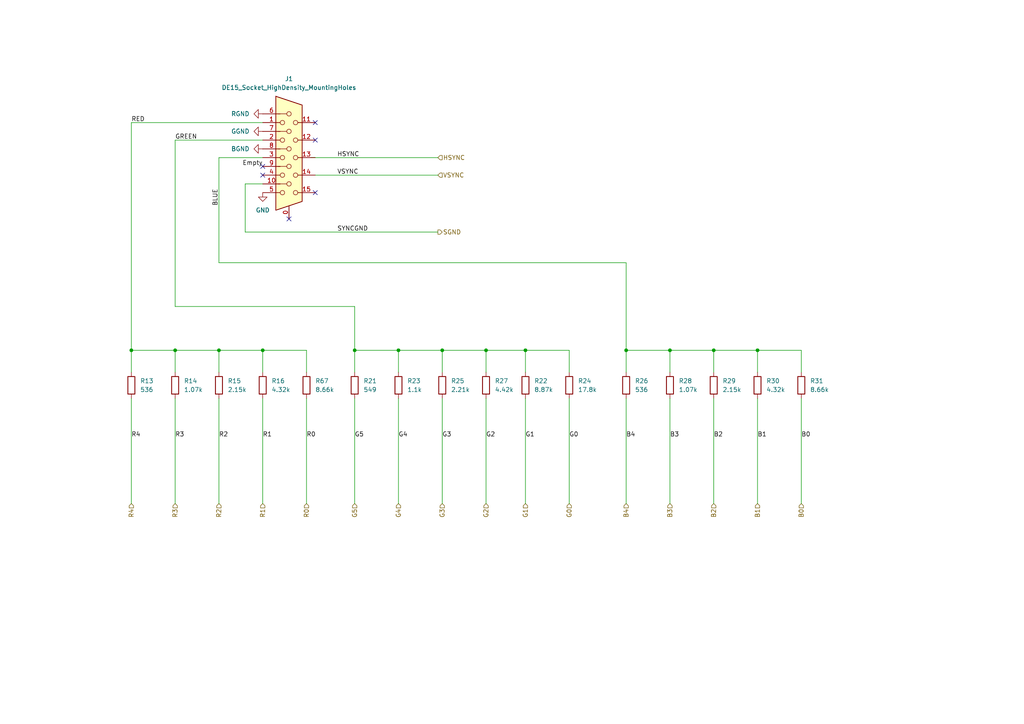
<source format=kicad_sch>
(kicad_sch (version 20250114) (generator "eeschema") (generator_version "9.0")
  (paper "A4")
  (lib_symbols
    (symbol "Connector:DE15_Socket_HighDensity_MountingHoles" (pin_names (offset 1.016) (hide yes))
      (property "Reference" "J" (at 0 21.59 0))
      (property "Value" "DE15_Socket_HighDensity_MountingHoles" (at 0 19.05 0))
      (symbol "DE15_Socket_HighDensity_MountingHoles_0_1"
        (polyline (pts (xy -3.81 17.78) (xy -3.81 -15.24) (xy 3.81 -12.7) (xy 3.81 15.24) (xy -3.81 17.78)) (stroke (width 0.254)) (fill (type background)))
        (polyline (pts (xy -3.175 7.62) (xy -0.635 7.62)))
        (circle (center -1.905 10.16) (radius 0.635))
        (circle (center -1.905 5.08) (radius 0.635))
        (circle (center -1.905 0) (radius 0.635))
        (circle (center -1.905 -5.08) (radius 0.635))
        (circle (center -1.905 -10.16) (radius 0.635))
        (polyline (pts (xy -0.635 12.7) (xy -3.175 12.7)))
        (polyline (pts (xy -0.635 2.54) (xy -3.175 2.54)))
        (polyline (pts (xy -0.635 -2.54) (xy -3.175 -2.54)))
        (polyline (pts (xy -0.635 -7.62) (xy -3.175 -7.62)))
        (circle (center 0 12.7) (radius 0.635))
        (circle (center 0 7.62) (radius 0.635))
        (circle (center 0 2.54) (radius 0.635))
        (circle (center 0 -2.54) (radius 0.635))
        (circle (center 0 -7.62) (radius 0.635))
        (circle (center 1.905 10.16) (radius 0.635))
        (circle (center 1.905 5.08) (radius 0.635))
        (circle (center 1.905 0) (radius 0.635))
        (circle (center 1.905 -5.08) (radius 0.635))
        (circle (center 1.905 -10.16) (radius 0.635))
      )
      (symbol "DE15_Socket_HighDensity_MountingHoles_1_1"
        (pin passive line (at -7.62 12.7 0) (length 5.08) (name "~") (number "6"))
        (pin passive line (at -7.62 10.16 0) (length 5.08) (name "~") (number "1"))
        (pin passive line (at -7.62 7.62 0) (length 5.08) (name "~") (number "7"))
        (pin passive line (at -7.62 5.08 0) (length 5.08) (name "~") (number "2"))
        (pin passive line (at -7.62 2.54 0) (length 5.08) (name "~") (number "8"))
        (pin passive line (at -7.62 0 0) (length 5.08) (name "~") (number "3"))
        (pin passive line (at -7.62 -2.54 0) (length 5.08) (name "~") (number "9"))
        (pin passive line (at -7.62 -5.08 0) (length 5.08) (name "~") (number "4"))
        (pin passive line (at -7.62 -7.62 0) (length 5.08) (name "~") (number "10"))
        (pin passive line (at -7.62 -10.16 0) (length 5.08) (name "~") (number "5"))
        (pin passive line (at 0 -17.78 90) (length 3.81) (name "~") (number "0"))
        (pin passive line (at 7.62 10.16 180) (length 5.08) (name "~") (number "11"))
        (pin passive line (at 7.62 5.08 180) (length 5.08) (name "~") (number "12"))
        (pin passive line (at 7.62 0 180) (length 5.08) (name "~") (number "13"))
        (pin passive line (at 7.62 -5.08 180) (length 5.08) (name "~") (number "14"))
        (pin passive line (at 7.62 -10.16 180) (length 5.08) (name "~") (number "15"))
      )
    )
    (symbol "Device:R" (pin_numbers (hide yes)) (pin_names (offset 0))
      (property "Reference" "R" (at 2.032 0 90))
      (property "Value" "R" (at 0 0 90))
      (symbol "R_0_1"
        (rectangle (start -1.016 -2.54) (end 1.016 2.54) (stroke (width 0.254)))
      )
      (symbol "R_1_1"
        (pin passive line (at 0 3.81 270) (length 1.27) (name "~") (number "1"))
        (pin passive line (at 0 -3.81 90) (length 1.27) (name "~") (number "2"))
      )
    )
    (symbol "power:GND" (power) (pin_numbers (hide yes)) (pin_names (offset 0) (hide yes))
      (property "Value" "GND" (at 0 -3.81 0))
      (symbol "GND_0_1"
        (polyline (pts (xy 0 0) (xy 0 -1.27) (xy 1.27 -1.27) (xy 0 -2.54) (xy -1.27 -1.27) (xy 0 -1.27)))
      )
      (symbol "GND_1_1"
        (pin power_in line (at 0 0 270) (length 0) (name "~") (number "1"))
      )
    )
  )
  (junction (at 102.87 101.6))
  (junction (at 63.5 101.6))
  (junction (at 140.97 101.6))
  (junction (at 181.61 101.6))
  (junction (at 115.57 101.6))
  (junction (at 219.71 101.6))
  (junction (at 128.27 101.6))
  (junction (at 50.8 101.6))
  (junction (at 76.2 101.6))
  (junction (at 152.4 101.6))
  (junction (at 194.31 101.6))
  (junction (at 207.01 101.6))
  (junction (at 38.1 101.6))
  (no_connect (at 91.44 40.64))
  (no_connect (at 91.44 35.56))
  (no_connect (at 76.2 50.8))
  (no_connect (at 91.44 55.88))
  (no_connect (at 76.2 48.26))
  (no_connect (at 83.82 63.5))
  (wire (pts (xy 128.27 115.57) (xy 128.27 146.05)))
  (wire (pts (xy 50.8 101.6) (xy 50.8 107.95)))
  (wire (pts (xy 140.97 101.6) (xy 140.97 107.95)))
  (wire (pts (xy 63.5 115.57) (xy 63.5 146.05)))
  (wire (pts (xy 165.1 115.57) (xy 165.1 146.05)))
  (wire (pts (xy 50.8 40.64) (xy 50.8 88.9)))
  (wire (pts (xy 76.2 40.64) (xy 50.8 40.64)))
  (wire (pts (xy 115.57 101.6) (xy 128.27 101.6)))
  (wire (pts (xy 63.5 101.6) (xy 63.5 107.95)))
  (wire (pts (xy 50.8 101.6) (xy 63.5 101.6)))
  (wire (pts (xy 102.87 101.6) (xy 115.57 101.6)))
  (wire (pts (xy 76.2 35.56) (xy 38.1 35.56)))
  (wire (pts (xy 232.41 115.57) (xy 232.41 146.05)))
  (wire (pts (xy 63.5 101.6) (xy 76.2 101.6)))
  (wire (pts (xy 63.5 45.72) (xy 63.5 76.2)))
  (wire (pts (xy 165.1 101.6) (xy 165.1 107.95)))
  (wire (pts (xy 102.87 101.6) (xy 102.87 107.95)))
  (wire (pts (xy 181.61 101.6) (xy 181.61 107.95)))
  (wire (pts (xy 88.9 115.57) (xy 88.9 146.05)))
  (wire (pts (xy 115.57 101.6) (xy 115.57 107.95)))
  (wire (pts (xy 219.71 107.95) (xy 219.71 101.6)))
  (wire (pts (xy 152.4 101.6) (xy 165.1 101.6)))
  (wire (pts (xy 76.2 45.72) (xy 63.5 45.72)))
  (wire (pts (xy 127 67.31) (xy 71.12 67.31)))
  (wire (pts (xy 88.9 107.95) (xy 88.9 101.6)))
  (wire (pts (xy 38.1 101.6) (xy 50.8 101.6)))
  (wire (pts (xy 181.61 101.6) (xy 181.61 76.2)))
  (wire (pts (xy 207.01 115.57) (xy 207.01 146.05)))
  (wire (pts (xy 50.8 88.9) (xy 102.87 88.9)))
  (wire (pts (xy 140.97 115.57) (xy 140.97 146.05)))
  (wire (pts (xy 207.01 101.6) (xy 219.71 101.6)))
  (wire (pts (xy 90.17 45.72) (xy 127 45.72)))
  (wire (pts (xy 50.8 115.57) (xy 50.8 146.05)))
  (wire (pts (xy 102.87 115.57) (xy 102.87 146.05)))
  (wire (pts (xy 115.57 115.57) (xy 115.57 146.05)))
  (wire (pts (xy 76.2 53.34) (xy 71.12 53.34)))
  (wire (pts (xy 194.31 115.57) (xy 194.31 146.05)))
  (wire (pts (xy 207.01 101.6) (xy 207.01 107.95)))
  (wire (pts (xy 181.61 101.6) (xy 194.31 101.6)))
  (wire (pts (xy 152.4 101.6) (xy 152.4 107.95)))
  (wire (pts (xy 38.1 35.56) (xy 38.1 101.6)))
  (wire (pts (xy 38.1 101.6) (xy 38.1 107.95)))
  (wire (pts (xy 140.97 101.6) (xy 152.4 101.6)))
  (wire (pts (xy 219.71 115.57) (xy 219.71 146.05)))
  (wire (pts (xy 194.31 101.6) (xy 194.31 107.95)))
  (wire (pts (xy 128.27 101.6) (xy 140.97 101.6)))
  (wire (pts (xy 91.44 50.8) (xy 127 50.8)))
  (wire (pts (xy 181.61 115.57) (xy 181.61 146.05)))
  (wire (pts (xy 76.2 101.6) (xy 88.9 101.6)))
  (wire (pts (xy 194.31 101.6) (xy 207.01 101.6)))
  (wire (pts (xy 219.71 101.6) (xy 232.41 101.6)))
  (wire (pts (xy 71.12 53.34) (xy 71.12 67.31)))
  (wire (pts (xy 128.27 101.6) (xy 128.27 107.95)))
  (wire (pts (xy 152.4 115.57) (xy 152.4 146.05)))
  (wire (pts (xy 38.1 115.57) (xy 38.1 146.05)))
  (wire (pts (xy 63.5 76.2) (xy 181.61 76.2)))
  (wire (pts (xy 102.87 88.9) (xy 102.87 101.6)))
  (wire (pts (xy 232.41 107.95) (xy 232.41 101.6)))
  (wire (pts (xy 76.2 115.57) (xy 76.2 146.05)))
  (wire (pts (xy 76.2 107.95) (xy 76.2 101.6)))
  (label "Empty" (at 76.2 48.26 180))
  (label "BLUE" (at 63.5 59.69 90))
  (label "G1" (at 152.4 127 0))
  (label "B2" (at 207.01 127 0))
  (label "SYNCGND" (at 97.79 67.31 0))
  (label "B0" (at 232.41 127 0))
  (label "B1" (at 219.71 127 0))
  (label "G4" (at 115.57 127 0))
  (label "G0" (at 165.1 127 0))
  (label "B3" (at 194.31 127 0))
  (label "R0" (at 88.9 127 0))
  (label "G3" (at 128.27 127 0))
  (label "R4" (at 38.1 127 0))
  (label "B4" (at 181.61 127 0))
  (label "R3" (at 50.8 127 0))
  (label "R1" (at 76.2 127 0))
  (label "RED" (at 38.1 35.56 0))
  (label "GREEN" (at 50.8 40.64 0))
  (label "R2" (at 63.5 127 0))
  (label "G2" (at 140.97 127 0))
  (label "HSYNC" (at 97.79 45.72 0))
  (label "VSYNC" (at 97.79 50.8 0))
  (label "G5" (at 102.87 127 0))
  (hierarchical_label "B2" (shape input) (at 207.01 146.05 270))
  (hierarchical_label "R2" (shape input) (at 63.5 146.05 270))
  (hierarchical_label "G0" (shape input) (at 165.1 146.05 270))
  (hierarchical_label "R3" (shape input) (at 50.8 146.05 270))
  (hierarchical_label "G4" (shape input) (at 115.57 146.05 270))
  (hierarchical_label "B4" (shape input) (at 181.61 146.05 270))
  (hierarchical_label "G3" (shape input) (at 128.27 146.05 270))
  (hierarchical_label "R1" (shape input) (at 76.2 146.05 270))
  (hierarchical_label "B3" (shape input) (at 194.31 146.05 270))
  (hierarchical_label "B1" (shape input) (at 219.71 146.05 270))
  (hierarchical_label "R0" (shape input) (at 88.9 146.05 270))
  (hierarchical_label "G2" (shape input) (at 140.97 146.05 270))
  (hierarchical_label "B0" (shape input) (at 232.41 146.05 270))
  (hierarchical_label "G5" (shape input) (at 102.87 146.05 270))
  (hierarchical_label "G1" (shape input) (at 152.4 146.05 270))
  (hierarchical_label "SGND" (shape output) (at 127 67.31 0))
  (hierarchical_label "HSYNC" (shape input) (at 127 45.72 0))
  (hierarchical_label "R4" (shape input) (at 38.1 146.05 270))
  (hierarchical_label "VSYNC" (shape input) (at 127 50.8 0))
  (symbol (lib_id "Device:R") (at 232.41 111.76 0) (unit 1)
    (property "Reference" "R31" (at 234.95 110.4899 0) (effects (justify left)))
    (property "Value" "8.66k" (at 234.95 113.0299 0) (effects (justify left)))
    (property "Description" "Resistor" (effects (hide yes)))
  )
  (symbol (lib_id "Connector:DE15_Socket_HighDensity_MountingHoles") (at 83.82 45.72 0) (unit 1)
    (property "Reference" "J1" (at 83.82 22.86 0))
    (property "Value" "DE15_Socket_HighDensity_MountingHoles" (at 83.82 25.4 0))
    (property "Description" "15-pin D-SUB connector, socket (female), High density (3 columns), Triple Row, Generic, VGA-connector, Mounting Hole" (effects (hide yes)))
  )
  (symbol (lib_id "power:GND") (at 76.2 33.02 270) (unit 1)
    (property "Reference" "#PWR07" (effects (hide yes)))
    (property "Value" "RGND" (at 72.39 33.0199 90) (effects (justify right)))
    (property "Description" "Power symbol creates a global label with name \"GND\" , ground" (effects (hide yes)))
  )
  (symbol (lib_id "Device:R") (at 207.01 111.76 0) (unit 1)
    (property "Reference" "R29" (at 209.55 110.4899 0) (effects (justify left)))
    (property "Value" "2.15k" (at 209.55 113.0299 0) (effects (justify left)))
    (property "Description" "Resistor" (effects (hide yes)))
  )
  (symbol (lib_id "Device:R") (at 38.1 111.76 0) (unit 1)
    (property "Reference" "R13" (at 40.64 110.4899 0) (effects (justify left)))
    (property "Value" "536" (at 40.64 113.0299 0) (effects (justify left)))
    (property "Description" "Resistor" (effects (hide yes)))
  )
  (symbol (lib_id "Device:R") (at 152.4 111.76 0) (unit 1)
    (property "Reference" "R22" (at 154.94 110.4899 0) (effects (justify left)))
    (property "Value" "8.87k" (at 154.94 113.0299 0) (effects (justify left)))
    (property "Description" "Resistor" (effects (hide yes)))
  )
  (symbol (lib_id "Device:R") (at 76.2 111.76 0) (unit 1)
    (property "Reference" "R16" (at 78.74 110.4899 0) (effects (justify left)))
    (property "Value" "4.32k" (at 78.74 113.0299 0) (effects (justify left)))
    (property "Description" "Resistor" (effects (hide yes)))
  )
  (symbol (lib_id "Device:R") (at 88.9 111.76 0) (unit 1)
    (property "Reference" "R67" (at 91.44 110.4899 0) (effects (justify left)))
    (property "Value" "8.66k" (at 91.44 113.0299 0) (effects (justify left)))
    (property "Description" "Resistor" (effects (hide yes)))
  )
  (symbol (lib_id "Device:R") (at 50.8 111.76 0) (unit 1)
    (property "Reference" "R14" (at 53.34 110.4899 0) (effects (justify left)))
    (property "Value" "1.07k" (at 53.34 113.0299 0) (effects (justify left)))
    (property "Description" "Resistor" (effects (hide yes)))
  )
  (symbol (lib_id "Device:R") (at 181.61 111.76 0) (unit 1)
    (property "Reference" "R26" (at 184.15 110.4899 0) (effects (justify left)))
    (property "Value" "536" (at 184.15 113.0299 0) (effects (justify left)))
    (property "Description" "Resistor" (effects (hide yes)))
  )
  (symbol (lib_id "Device:R") (at 128.27 111.76 0) (unit 1)
    (property "Reference" "R25" (at 130.81 110.4899 0) (effects (justify left)))
    (property "Value" "2.21k" (at 130.81 113.0299 0) (effects (justify left)))
    (property "Description" "Resistor" (effects (hide yes)))
  )
  (symbol (lib_id "Device:R") (at 140.97 111.76 0) (unit 1)
    (property "Reference" "R27" (at 143.51 110.4899 0) (effects (justify left)))
    (property "Value" "4.42k" (at 143.51 113.0299 0) (effects (justify left)))
    (property "Description" "Resistor" (effects (hide yes)))
  )
  (symbol (lib_id "power:GND") (at 76.2 55.88 0) (unit 1)
    (property "Reference" "#PWR010" (effects (hide yes)))
    (property "Value" "GND" (at 76.2 60.96 0))
    (property "Description" "Power symbol creates a global label with name \"GND\" , ground" (effects (hide yes)))
  )
  (symbol (lib_id "power:GND") (at 76.2 43.18 270) (unit 1)
    (property "Reference" "#PWR09" (effects (hide yes)))
    (property "Value" "BGND" (at 72.39 43.1799 90) (effects (justify right)))
    (property "Description" "Power symbol creates a global label with name \"GND\" , ground" (effects (hide yes)))
  )
  (symbol (lib_id "power:GND") (at 76.2 38.1 270) (unit 1)
    (property "Reference" "#PWR08" (effects (hide yes)))
    (property "Value" "GGND" (at 72.39 38.0999 90) (effects (justify right)))
    (property "Description" "Power symbol creates a global label with name \"GND\" , ground" (effects (hide yes)))
  )
  (symbol (lib_id "Device:R") (at 115.57 111.76 0) (unit 1)
    (property "Reference" "R23" (at 118.11 110.4899 0) (effects (justify left)))
    (property "Value" "1.1k" (at 118.11 113.0299 0) (effects (justify left)))
    (property "Description" "Resistor" (effects (hide yes)))
  )
  (symbol (lib_id "Device:R") (at 63.5 111.76 0) (unit 1)
    (property "Reference" "R15" (at 66.04 110.4899 0) (effects (justify left)))
    (property "Value" "2.15k" (at 66.04 113.0299 0) (effects (justify left)))
    (property "Description" "Resistor" (effects (hide yes)))
  )
  (symbol (lib_id "Device:R") (at 194.31 111.76 0) (unit 1)
    (property "Reference" "R28" (at 196.85 110.4899 0) (effects (justify left)))
    (property "Value" "1.07k" (at 196.85 113.0299 0) (effects (justify left)))
    (property "Description" "Resistor" (effects (hide yes)))
  )
  (symbol (lib_id "Device:R") (at 165.1 111.76 0) (unit 1)
    (property "Reference" "R24" (at 167.64 110.4899 0) (effects (justify left)))
    (property "Value" "17.8k" (at 167.64 113.0299 0) (effects (justify left)))
    (property "Description" "Resistor" (effects (hide yes)))
  )
  (symbol (lib_id "Device:R") (at 102.87 111.76 0) (unit 1)
    (property "Reference" "R21" (at 105.41 110.4899 0) (effects (justify left)))
    (property "Value" "549" (at 105.41 113.0299 0) (effects (justify left)))
    (property "Description" "Resistor" (effects (hide yes)))
  )
  (symbol (lib_id "Device:R") (at 219.71 111.76 0) (unit 1)
    (property "Reference" "R30" (at 222.25 110.4899 0) (effects (justify left)))
    (property "Value" "4.32k" (at 222.25 113.0299 0) (effects (justify left)))
    (property "Description" "Resistor" (effects (hide yes)))
  )
)
</source>
